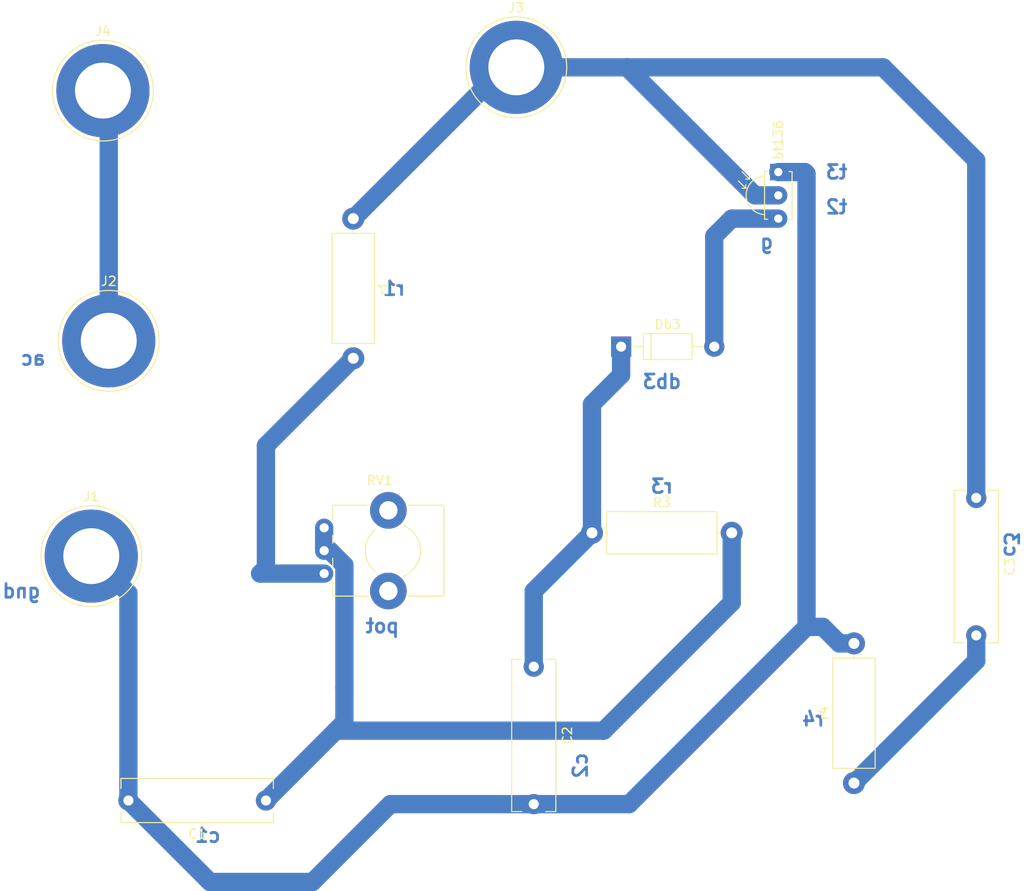
<source format=kicad_pcb>
(kicad_pcb (version 4) (host pcbnew 4.0.7)

  (general
    (links 16)
    (no_connects 0)
    (area 131.184999 56.025 238.415 148.245)
    (thickness 1.6)
    (drawings 13)
    (tracks 48)
    (zones 0)
    (modules 13)
    (nets 9)
  )

  (page A4)
  (layers
    (0 F.Cu signal)
    (31 B.Cu signal)
    (32 B.Adhes user)
    (33 F.Adhes user)
    (34 B.Paste user)
    (35 F.Paste user)
    (36 B.SilkS user)
    (37 F.SilkS user)
    (38 B.Mask user)
    (39 F.Mask user)
    (40 Dwgs.User user)
    (41 Cmts.User user)
    (42 Eco1.User user)
    (43 Eco2.User user)
    (44 Edge.Cuts user)
    (45 Margin user)
    (46 B.CrtYd user)
    (47 F.CrtYd user)
    (48 B.Fab user)
    (49 F.Fab user)
  )

  (setup
    (last_trace_width 2)
    (user_trace_width 3)
    (trace_clearance 0.2)
    (zone_clearance 0.508)
    (zone_45_only no)
    (trace_min 0)
    (segment_width 0.2)
    (edge_width 0.15)
    (via_size 0.6)
    (via_drill 0.4)
    (via_min_size 0.4)
    (via_min_drill 0.3)
    (uvia_size 0.3)
    (uvia_drill 0.1)
    (uvias_allowed no)
    (uvia_min_size 0.2)
    (uvia_min_drill 0.1)
    (pcb_text_width 0.3)
    (pcb_text_size 1.5 1.5)
    (mod_edge_width 0.15)
    (mod_text_size 1 1)
    (mod_text_width 0.15)
    (pad_size 2 2)
    (pad_drill 1)
    (pad_to_mask_clearance 0.2)
    (aux_axis_origin 0 0)
    (visible_elements 7FFFFFFF)
    (pcbplotparams
      (layerselection 0x00030_80000001)
      (usegerberextensions false)
      (excludeedgelayer true)
      (linewidth 0.100000)
      (plotframeref false)
      (viasonmask false)
      (mode 1)
      (useauxorigin false)
      (hpglpennumber 1)
      (hpglpenspeed 20)
      (hpglpendiameter 15)
      (hpglpenoverlay 2)
      (psnegative false)
      (psa4output false)
      (plotreference true)
      (plotvalue true)
      (plotinvisibletext false)
      (padsonsilk false)
      (subtractmaskfromsilk false)
      (outputformat 1)
      (mirror false)
      (drillshape 1)
      (scaleselection 1)
      (outputdirectory ""))
  )

  (net 0 "")
  (net 1 "Net-(C1-Pad2)")
  (net 2 "Net-(C3-Pad1)")
  (net 3 "Net-(Db3-Pad2)")
  (net 4 "Net-(C1-Pad1)")
  (net 5 "Net-(C2-Pad1)")
  (net 6 "Net-(C3-Pad2)")
  (net 7 /ac)
  (net 8 "Net-(RV1-Pad1)")

  (net_class Default "This is the default net class."
    (clearance 0.2)
    (trace_width 2)
    (via_dia 0.6)
    (via_drill 0.4)
    (uvia_dia 0.3)
    (uvia_drill 0.1)
    (add_net /ac)
    (add_net "Net-(C1-Pad1)")
    (add_net "Net-(C1-Pad2)")
    (add_net "Net-(C2-Pad1)")
    (add_net "Net-(C3-Pad1)")
    (add_net "Net-(C3-Pad2)")
    (add_net "Net-(Db3-Pad2)")
    (add_net "Net-(RV1-Pad1)")
  )

  (module Opto-Devices:IRReceiver_Vishay_MINICAST-3pin (layer F.Cu) (tedit 59939317) (tstamp 59E2C0F0)
    (at 212.09 74.93 270)
    (descr "IR Receiver Vishay TSOP-xxxx, MINICAST package")
    (tags "IR Receiver Vishay TSOP-xxxx MINICAST")
    (path /59E23D9B)
    (fp_text reference bt136 (at -3.5 0 450) (layer F.SilkS)
      (effects (font (size 1 1) (thickness 0.15)))
    )
    (fp_text value Q_TRIAC_AAG (at 2.55 -2.4 450) (layer F.Fab)
      (effects (font (size 1 1) (thickness 0.15)))
    )
    (fp_text user %R (at 2.54 0 270) (layer F.Fab)
      (effects (font (size 1 1) (thickness 0.15)))
    )
    (fp_line (start 5.14 -1.16) (end 5.14 -1.5) (layer F.SilkS) (width 0.12))
    (fp_line (start 5.14 -1.5) (end -0.06 -1.5) (layer F.SilkS) (width 0.12))
    (fp_line (start -0.06 -1.5) (end -0.06 -1.16) (layer F.SilkS) (width 0.12))
    (fp_line (start 5.14 1.16) (end 5.14 1.5) (layer F.SilkS) (width 0.12))
    (fp_line (start 5.14 1.5) (end -0.06 1.5) (layer F.SilkS) (width 0.12))
    (fp_line (start -0.06 1.5) (end -0.06 1.16) (layer F.SilkS) (width 0.12))
    (fp_line (start 0.04 -1.4) (end 5.04 -1.4) (layer F.Fab) (width 0.1))
    (fp_line (start 5.04 -1.4) (end 5.04 1.4) (layer F.Fab) (width 0.1))
    (fp_line (start 5.04 1.4) (end 0.04 1.4) (layer F.Fab) (width 0.1))
    (fp_line (start 0.04 1.4) (end 0.04 -1.4) (layer F.Fab) (width 0.1))
    (fp_line (start 0.77 3.15) (end 0.37 3.15) (layer F.SilkS) (width 0.12))
    (fp_line (start 0.77 3.15) (end 0.77 3.55) (layer F.SilkS) (width 0.12))
    (fp_line (start 0.77 3.15) (end -0.03 3.95) (layer F.SilkS) (width 0.12))
    (fp_line (start 1.77 3.55) (end 0.97 4.35) (layer F.SilkS) (width 0.12))
    (fp_line (start 1.77 3.55) (end 1.77 3.95) (layer F.SilkS) (width 0.12))
    (fp_line (start 1.77 3.55) (end 1.37 3.55) (layer F.SilkS) (width 0.12))
    (fp_line (start -1.15 -1.65) (end 6.23 -1.65) (layer F.CrtYd) (width 0.05))
    (fp_line (start -1.15 -1.65) (end -1.15 3.7) (layer F.CrtYd) (width 0.05))
    (fp_line (start 6.23 3.7) (end 6.23 -1.65) (layer F.CrtYd) (width 0.05))
    (fp_line (start 6.23 3.7) (end -1.15 3.7) (layer F.CrtYd) (width 0.05))
    (fp_arc (start 2.54 1.4) (end 4.64 1.5) (angle 174.5) (layer F.SilkS) (width 0.12))
    (fp_arc (start 2.54 1.4) (end 4.54 1.4) (angle 180) (layer F.Fab) (width 0.1))
    (pad 1 thru_hole rect (at 0 0 270) (size 1.8 1.8) (drill 0.9) (layers *.Cu *.Mask)
      (net 1 "Net-(C1-Pad2)"))
    (pad 2 thru_hole circle (at 2.54 0 270) (size 1.8 1.8) (drill 0.9) (layers *.Cu *.Mask)
      (net 2 "Net-(C3-Pad1)"))
    (pad 3 thru_hole circle (at 5.08 0 270) (size 1.8 1.8) (drill 0.9) (layers *.Cu *.Mask)
      (net 3 "Net-(Db3-Pad2)"))
    (model ${KISYS3DMOD}/Opto-Devices.3dshapes/IRReceiver_Vishay_MINICAST-3pin.wrl
      (at (xyz 0 0 0))
      (scale (xyz 1 1 1))
      (rotate (xyz 0 0 0))
    )
  )

  (module Capacitors_THT:C_Rect_L16.5mm_W4.7mm_P15.00mm_MKT (layer F.Cu) (tedit 597BC7C2) (tstamp 59E2C0F6)
    (at 156.21 143.51 180)
    (descr "C, Rect series, Radial, pin pitch=15.00mm, , length*width=16.5*4.7mm^2, Capacitor, https://en.tdk.eu/inf/20/20/db/fc_2009/MKT_B32560_564.pdf")
    (tags "C Rect series Radial pin pitch 15.00mm  length 16.5mm width 4.7mm Capacitor")
    (path /59E23CDA)
    (fp_text reference C1 (at 7.5 -3.66 180) (layer F.SilkS)
      (effects (font (size 1 1) (thickness 0.15)))
    )
    (fp_text value 0.1UF (at 7.5 3.66 180) (layer F.Fab)
      (effects (font (size 1 1) (thickness 0.15)))
    )
    (fp_line (start -0.75 -2.35) (end -0.75 2.35) (layer F.Fab) (width 0.1))
    (fp_line (start -0.75 2.35) (end 15.75 2.35) (layer F.Fab) (width 0.1))
    (fp_line (start 15.75 2.35) (end 15.75 -2.35) (layer F.Fab) (width 0.1))
    (fp_line (start 15.75 -2.35) (end -0.75 -2.35) (layer F.Fab) (width 0.1))
    (fp_line (start -0.81 -2.41) (end 15.81 -2.41) (layer F.SilkS) (width 0.12))
    (fp_line (start -0.81 2.41) (end 15.81 2.41) (layer F.SilkS) (width 0.12))
    (fp_line (start -0.81 -2.41) (end -0.81 -1.296) (layer F.SilkS) (width 0.12))
    (fp_line (start -0.81 1.296) (end -0.81 2.41) (layer F.SilkS) (width 0.12))
    (fp_line (start 15.81 -2.41) (end 15.81 -1.296) (layer F.SilkS) (width 0.12))
    (fp_line (start 15.81 1.296) (end 15.81 2.41) (layer F.SilkS) (width 0.12))
    (fp_line (start -1.35 -2.7) (end -1.35 2.7) (layer F.CrtYd) (width 0.05))
    (fp_line (start -1.35 2.7) (end 16.35 2.7) (layer F.CrtYd) (width 0.05))
    (fp_line (start 16.35 2.7) (end 16.35 -2.7) (layer F.CrtYd) (width 0.05))
    (fp_line (start 16.35 -2.7) (end -1.35 -2.7) (layer F.CrtYd) (width 0.05))
    (fp_text user %R (at 7.5 0 180) (layer F.Fab)
      (effects (font (size 1 1) (thickness 0.15)))
    )
    (pad 1 thru_hole circle (at 0 0 180) (size 2.2 2.2) (drill 1.1) (layers *.Cu *.Mask)
      (net 4 "Net-(C1-Pad1)"))
    (pad 2 thru_hole circle (at 15 0 180) (size 2.2 2.2) (drill 1.1) (layers *.Cu *.Mask)
      (net 1 "Net-(C1-Pad2)"))
    (model ${KISYS3DMOD}/Capacitors_THT.3dshapes/C_Rect_L16.5mm_W4.7mm_P15.00mm_MKT.wrl
      (at (xyz 0 0 0))
      (scale (xyz 1 1 1))
      (rotate (xyz 0 0 0))
    )
  )

  (module Capacitors_THT:C_Rect_L16.5mm_W4.7mm_P15.00mm_MKT (layer F.Cu) (tedit 597BC7C2) (tstamp 59E2C0FC)
    (at 185.42 128.905 270)
    (descr "C, Rect series, Radial, pin pitch=15.00mm, , length*width=16.5*4.7mm^2, Capacitor, https://en.tdk.eu/inf/20/20/db/fc_2009/MKT_B32560_564.pdf")
    (tags "C Rect series Radial pin pitch 15.00mm  length 16.5mm width 4.7mm Capacitor")
    (path /59E23D21)
    (fp_text reference C2 (at 7.5 -3.66 270) (layer F.SilkS)
      (effects (font (size 1 1) (thickness 0.15)))
    )
    (fp_text value 0.1uf (at 7.5 3.66 270) (layer F.Fab)
      (effects (font (size 1 1) (thickness 0.15)))
    )
    (fp_line (start -0.75 -2.35) (end -0.75 2.35) (layer F.Fab) (width 0.1))
    (fp_line (start -0.75 2.35) (end 15.75 2.35) (layer F.Fab) (width 0.1))
    (fp_line (start 15.75 2.35) (end 15.75 -2.35) (layer F.Fab) (width 0.1))
    (fp_line (start 15.75 -2.35) (end -0.75 -2.35) (layer F.Fab) (width 0.1))
    (fp_line (start -0.81 -2.41) (end 15.81 -2.41) (layer F.SilkS) (width 0.12))
    (fp_line (start -0.81 2.41) (end 15.81 2.41) (layer F.SilkS) (width 0.12))
    (fp_line (start -0.81 -2.41) (end -0.81 -1.296) (layer F.SilkS) (width 0.12))
    (fp_line (start -0.81 1.296) (end -0.81 2.41) (layer F.SilkS) (width 0.12))
    (fp_line (start 15.81 -2.41) (end 15.81 -1.296) (layer F.SilkS) (width 0.12))
    (fp_line (start 15.81 1.296) (end 15.81 2.41) (layer F.SilkS) (width 0.12))
    (fp_line (start -1.35 -2.7) (end -1.35 2.7) (layer F.CrtYd) (width 0.05))
    (fp_line (start -1.35 2.7) (end 16.35 2.7) (layer F.CrtYd) (width 0.05))
    (fp_line (start 16.35 2.7) (end 16.35 -2.7) (layer F.CrtYd) (width 0.05))
    (fp_line (start 16.35 -2.7) (end -1.35 -2.7) (layer F.CrtYd) (width 0.05))
    (fp_text user %R (at 7.5 0 270) (layer F.Fab)
      (effects (font (size 1 1) (thickness 0.15)))
    )
    (pad 1 thru_hole circle (at 0 0 270) (size 2.2 2.2) (drill 1.1) (layers *.Cu *.Mask)
      (net 5 "Net-(C2-Pad1)"))
    (pad 2 thru_hole circle (at 15 0 270) (size 2.2 2.2) (drill 1.1) (layers *.Cu *.Mask)
      (net 1 "Net-(C1-Pad2)"))
    (model ${KISYS3DMOD}/Capacitors_THT.3dshapes/C_Rect_L16.5mm_W4.7mm_P15.00mm_MKT.wrl
      (at (xyz 0 0 0))
      (scale (xyz 1 1 1))
      (rotate (xyz 0 0 0))
    )
  )

  (module Capacitors_THT:C_Rect_L16.5mm_W4.7mm_P15.00mm_MKT (layer F.Cu) (tedit 597BC7C2) (tstamp 59E2C102)
    (at 233.68 110.49 270)
    (descr "C, Rect series, Radial, pin pitch=15.00mm, , length*width=16.5*4.7mm^2, Capacitor, https://en.tdk.eu/inf/20/20/db/fc_2009/MKT_B32560_564.pdf")
    (tags "C Rect series Radial pin pitch 15.00mm  length 16.5mm width 4.7mm Capacitor")
    (path /59E23DF2)
    (fp_text reference C3 (at 7.5 -3.66 270) (layer F.SilkS)
      (effects (font (size 1 1) (thickness 0.15)))
    )
    (fp_text value 0.1uf (at 7.5 3.66 270) (layer F.Fab)
      (effects (font (size 1 1) (thickness 0.15)))
    )
    (fp_line (start -0.75 -2.35) (end -0.75 2.35) (layer F.Fab) (width 0.1))
    (fp_line (start -0.75 2.35) (end 15.75 2.35) (layer F.Fab) (width 0.1))
    (fp_line (start 15.75 2.35) (end 15.75 -2.35) (layer F.Fab) (width 0.1))
    (fp_line (start 15.75 -2.35) (end -0.75 -2.35) (layer F.Fab) (width 0.1))
    (fp_line (start -0.81 -2.41) (end 15.81 -2.41) (layer F.SilkS) (width 0.12))
    (fp_line (start -0.81 2.41) (end 15.81 2.41) (layer F.SilkS) (width 0.12))
    (fp_line (start -0.81 -2.41) (end -0.81 -1.296) (layer F.SilkS) (width 0.12))
    (fp_line (start -0.81 1.296) (end -0.81 2.41) (layer F.SilkS) (width 0.12))
    (fp_line (start 15.81 -2.41) (end 15.81 -1.296) (layer F.SilkS) (width 0.12))
    (fp_line (start 15.81 1.296) (end 15.81 2.41) (layer F.SilkS) (width 0.12))
    (fp_line (start -1.35 -2.7) (end -1.35 2.7) (layer F.CrtYd) (width 0.05))
    (fp_line (start -1.35 2.7) (end 16.35 2.7) (layer F.CrtYd) (width 0.05))
    (fp_line (start 16.35 2.7) (end 16.35 -2.7) (layer F.CrtYd) (width 0.05))
    (fp_line (start 16.35 -2.7) (end -1.35 -2.7) (layer F.CrtYd) (width 0.05))
    (fp_text user %R (at 7.5 0 270) (layer F.Fab)
      (effects (font (size 1 1) (thickness 0.15)))
    )
    (pad 1 thru_hole circle (at 0 0 270) (size 2.2 2.2) (drill 1.1) (layers *.Cu *.Mask)
      (net 2 "Net-(C3-Pad1)"))
    (pad 2 thru_hole circle (at 15 0 270) (size 2.2 2.2) (drill 1.1) (layers *.Cu *.Mask)
      (net 6 "Net-(C3-Pad2)"))
    (model ${KISYS3DMOD}/Capacitors_THT.3dshapes/C_Rect_L16.5mm_W4.7mm_P15.00mm_MKT.wrl
      (at (xyz 0 0 0))
      (scale (xyz 1 1 1))
      (rotate (xyz 0 0 0))
    )
  )

  (module Diodes_THT:D_DO-41_SOD81_P10.16mm_Horizontal (layer F.Cu) (tedit 5921392F) (tstamp 59E2C108)
    (at 194.945 93.98)
    (descr "D, DO-41_SOD81 series, Axial, Horizontal, pin pitch=10.16mm, , length*diameter=5.2*2.7mm^2, , http://www.diodes.com/_files/packages/DO-41%20(Plastic).pdf")
    (tags "D DO-41_SOD81 series Axial Horizontal pin pitch 10.16mm  length 5.2mm diameter 2.7mm")
    (path /59E23D54)
    (fp_text reference Db3 (at 5.08 -2.41) (layer F.SilkS)
      (effects (font (size 1 1) (thickness 0.15)))
    )
    (fp_text value DIAC (at 5.08 2.41) (layer F.Fab)
      (effects (font (size 1 1) (thickness 0.15)))
    )
    (fp_text user %R (at 5.08 0) (layer F.Fab)
      (effects (font (size 1 1) (thickness 0.15)))
    )
    (fp_line (start 2.48 -1.35) (end 2.48 1.35) (layer F.Fab) (width 0.1))
    (fp_line (start 2.48 1.35) (end 7.68 1.35) (layer F.Fab) (width 0.1))
    (fp_line (start 7.68 1.35) (end 7.68 -1.35) (layer F.Fab) (width 0.1))
    (fp_line (start 7.68 -1.35) (end 2.48 -1.35) (layer F.Fab) (width 0.1))
    (fp_line (start 0 0) (end 2.48 0) (layer F.Fab) (width 0.1))
    (fp_line (start 10.16 0) (end 7.68 0) (layer F.Fab) (width 0.1))
    (fp_line (start 3.26 -1.35) (end 3.26 1.35) (layer F.Fab) (width 0.1))
    (fp_line (start 2.42 -1.41) (end 2.42 1.41) (layer F.SilkS) (width 0.12))
    (fp_line (start 2.42 1.41) (end 7.74 1.41) (layer F.SilkS) (width 0.12))
    (fp_line (start 7.74 1.41) (end 7.74 -1.41) (layer F.SilkS) (width 0.12))
    (fp_line (start 7.74 -1.41) (end 2.42 -1.41) (layer F.SilkS) (width 0.12))
    (fp_line (start 1.28 0) (end 2.42 0) (layer F.SilkS) (width 0.12))
    (fp_line (start 8.88 0) (end 7.74 0) (layer F.SilkS) (width 0.12))
    (fp_line (start 3.26 -1.41) (end 3.26 1.41) (layer F.SilkS) (width 0.12))
    (fp_line (start -1.35 -1.7) (end -1.35 1.7) (layer F.CrtYd) (width 0.05))
    (fp_line (start -1.35 1.7) (end 11.55 1.7) (layer F.CrtYd) (width 0.05))
    (fp_line (start 11.55 1.7) (end 11.55 -1.7) (layer F.CrtYd) (width 0.05))
    (fp_line (start 11.55 -1.7) (end -1.35 -1.7) (layer F.CrtYd) (width 0.05))
    (pad 1 thru_hole rect (at 0 0) (size 2.2 2.2) (drill 1.1) (layers *.Cu *.Mask)
      (net 5 "Net-(C2-Pad1)"))
    (pad 2 thru_hole oval (at 10.16 0) (size 2.2 2.2) (drill 1.1) (layers *.Cu *.Mask)
      (net 3 "Net-(Db3-Pad2)"))
    (model ${KISYS3DMOD}/Diodes_THT.3dshapes/D_DO-41_SOD81_P10.16mm_Horizontal.wrl
      (at (xyz 0 0 0))
      (scale (xyz 0.393701 0.393701 0.393701))
      (rotate (xyz 0 0 0))
    )
  )

  (module Connectors:Banana_Jack_1Pin (layer F.Cu) (tedit 59774291) (tstamp 59E2C10D)
    (at 137.16 116.84)
    (descr "Single banana socket, footprint - 6mm drill")
    (tags "banana socket")
    (path /59E230EB)
    (fp_text reference J1 (at 0 -6.5) (layer F.SilkS)
      (effects (font (size 1 1) (thickness 0.15)))
    )
    (fp_text value Conn_01x01 (at -0.25 6.5) (layer F.Fab)
      (effects (font (size 1 1) (thickness 0.15)))
    )
    (fp_text user %R (at 0 0) (layer F.Fab)
      (effects (font (size 0.8 0.8) (thickness 0.12)))
    )
    (fp_circle (center 0 0) (end 5.75 0) (layer F.CrtYd) (width 0.05))
    (fp_circle (center 0 0) (end 2 0) (layer F.Fab) (width 0.1))
    (fp_circle (center 0 0) (end 4.85 0.05) (layer F.Fab) (width 0.1))
    (fp_circle (center 0 0) (end 5.5 0) (layer F.SilkS) (width 0.12))
    (pad 1 thru_hole circle (at 0 0) (size 10.16 10.16) (drill 6.1) (layers *.Cu *.Mask)
      (net 1 "Net-(C1-Pad2)"))
    (model ${KISYS3DMOD}/Connectors.3dshapes/Banana_Jack_1Pin.wrl
      (at (xyz 0 0 0))
      (scale (xyz 2 2 2))
      (rotate (xyz 0 0 0))
    )
  )

  (module Connectors:Banana_Jack_1Pin (layer F.Cu) (tedit 59774291) (tstamp 59E2C112)
    (at 139.065 93.345)
    (descr "Single banana socket, footprint - 6mm drill")
    (tags "banana socket")
    (path /59E23018)
    (fp_text reference J2 (at 0 -6.5) (layer F.SilkS)
      (effects (font (size 1 1) (thickness 0.15)))
    )
    (fp_text value Conn_01x01 (at -0.25 6.5) (layer F.Fab)
      (effects (font (size 1 1) (thickness 0.15)))
    )
    (fp_text user %R (at 0 0) (layer F.Fab)
      (effects (font (size 0.8 0.8) (thickness 0.12)))
    )
    (fp_circle (center 0 0) (end 5.75 0) (layer F.CrtYd) (width 0.05))
    (fp_circle (center 0 0) (end 2 0) (layer F.Fab) (width 0.1))
    (fp_circle (center 0 0) (end 4.85 0.05) (layer F.Fab) (width 0.1))
    (fp_circle (center 0 0) (end 5.5 0) (layer F.SilkS) (width 0.12))
    (pad 1 thru_hole circle (at 0 0) (size 10.16 10.16) (drill 6.1) (layers *.Cu *.Mask)
      (net 7 /ac))
    (model ${KISYS3DMOD}/Connectors.3dshapes/Banana_Jack_1Pin.wrl
      (at (xyz 0 0 0))
      (scale (xyz 2 2 2))
      (rotate (xyz 0 0 0))
    )
  )

  (module Connectors:Banana_Jack_1Pin (layer F.Cu) (tedit 59774291) (tstamp 59E2C117)
    (at 183.515 63.5)
    (descr "Single banana socket, footprint - 6mm drill")
    (tags "banana socket")
    (path /59E2376D)
    (fp_text reference J3 (at 0 -6.5) (layer F.SilkS)
      (effects (font (size 1 1) (thickness 0.15)))
    )
    (fp_text value Conn_01x01 (at -0.25 6.5) (layer F.Fab)
      (effects (font (size 1 1) (thickness 0.15)))
    )
    (fp_text user %R (at 0 0) (layer F.Fab)
      (effects (font (size 0.8 0.8) (thickness 0.12)))
    )
    (fp_circle (center 0 0) (end 5.75 0) (layer F.CrtYd) (width 0.05))
    (fp_circle (center 0 0) (end 2 0) (layer F.Fab) (width 0.1))
    (fp_circle (center 0 0) (end 4.85 0.05) (layer F.Fab) (width 0.1))
    (fp_circle (center 0 0) (end 5.5 0) (layer F.SilkS) (width 0.12))
    (pad 1 thru_hole circle (at 0 0) (size 10.16 10.16) (drill 6.1) (layers *.Cu *.Mask)
      (net 2 "Net-(C3-Pad1)"))
    (model ${KISYS3DMOD}/Connectors.3dshapes/Banana_Jack_1Pin.wrl
      (at (xyz 0 0 0))
      (scale (xyz 2 2 2))
      (rotate (xyz 0 0 0))
    )
  )

  (module Connectors:Banana_Jack_1Pin (layer F.Cu) (tedit 59774291) (tstamp 59E2C11C)
    (at 138.43 66.04)
    (descr "Single banana socket, footprint - 6mm drill")
    (tags "banana socket")
    (path /59E23726)
    (fp_text reference J4 (at 0 -6.5) (layer F.SilkS)
      (effects (font (size 1 1) (thickness 0.15)))
    )
    (fp_text value Conn_01x01 (at -0.25 6.5) (layer F.Fab)
      (effects (font (size 1 1) (thickness 0.15)))
    )
    (fp_text user %R (at 0 0) (layer F.Fab)
      (effects (font (size 0.8 0.8) (thickness 0.12)))
    )
    (fp_circle (center 0 0) (end 5.75 0) (layer F.CrtYd) (width 0.05))
    (fp_circle (center 0 0) (end 2 0) (layer F.Fab) (width 0.1))
    (fp_circle (center 0 0) (end 4.85 0.05) (layer F.Fab) (width 0.1))
    (fp_circle (center 0 0) (end 5.5 0) (layer F.SilkS) (width 0.12))
    (pad 1 thru_hole circle (at 0 0) (size 10.16 10.16) (drill 6.1) (layers *.Cu *.Mask)
      (net 7 /ac))
    (model ${KISYS3DMOD}/Connectors.3dshapes/Banana_Jack_1Pin.wrl
      (at (xyz 0 0 0))
      (scale (xyz 2 2 2))
      (rotate (xyz 0 0 0))
    )
  )

  (module Resistors_THT:R_Axial_DIN0414_L11.9mm_D4.5mm_P15.24mm_Horizontal (layer F.Cu) (tedit 5874F706) (tstamp 59E2C122)
    (at 165.735 80.01 270)
    (descr "Resistor, Axial_DIN0414 series, Axial, Horizontal, pin pitch=15.24mm, 2W, length*diameter=11.9*4.5mm^2, http://www.vishay.com/docs/20128/wkxwrx.pdf")
    (tags "Resistor Axial_DIN0414 series Axial Horizontal pin pitch 15.24mm 2W length 11.9mm diameter 4.5mm")
    (path /59E23BE7)
    (fp_text reference r1 (at 7.62 -3.31 270) (layer F.SilkS)
      (effects (font (size 1 1) (thickness 0.15)))
    )
    (fp_text value 1k (at 7.62 3.31 270) (layer F.Fab)
      (effects (font (size 1 1) (thickness 0.15)))
    )
    (fp_line (start 1.67 -2.25) (end 1.67 2.25) (layer F.Fab) (width 0.1))
    (fp_line (start 1.67 2.25) (end 13.57 2.25) (layer F.Fab) (width 0.1))
    (fp_line (start 13.57 2.25) (end 13.57 -2.25) (layer F.Fab) (width 0.1))
    (fp_line (start 13.57 -2.25) (end 1.67 -2.25) (layer F.Fab) (width 0.1))
    (fp_line (start 0 0) (end 1.67 0) (layer F.Fab) (width 0.1))
    (fp_line (start 15.24 0) (end 13.57 0) (layer F.Fab) (width 0.1))
    (fp_line (start 1.61 -2.31) (end 1.61 2.31) (layer F.SilkS) (width 0.12))
    (fp_line (start 1.61 2.31) (end 13.63 2.31) (layer F.SilkS) (width 0.12))
    (fp_line (start 13.63 2.31) (end 13.63 -2.31) (layer F.SilkS) (width 0.12))
    (fp_line (start 13.63 -2.31) (end 1.61 -2.31) (layer F.SilkS) (width 0.12))
    (fp_line (start 1.38 0) (end 1.61 0) (layer F.SilkS) (width 0.12))
    (fp_line (start 13.86 0) (end 13.63 0) (layer F.SilkS) (width 0.12))
    (fp_line (start -1.45 -2.6) (end -1.45 2.6) (layer F.CrtYd) (width 0.05))
    (fp_line (start -1.45 2.6) (end 16.7 2.6) (layer F.CrtYd) (width 0.05))
    (fp_line (start 16.7 2.6) (end 16.7 -2.6) (layer F.CrtYd) (width 0.05))
    (fp_line (start 16.7 -2.6) (end -1.45 -2.6) (layer F.CrtYd) (width 0.05))
    (pad 1 thru_hole circle (at 0 0 270) (size 2.4 2.4) (drill 1.2) (layers *.Cu *.Mask)
      (net 2 "Net-(C3-Pad1)"))
    (pad 2 thru_hole oval (at 15.24 0 270) (size 2.4 2.4) (drill 1.2) (layers *.Cu *.Mask)
      (net 8 "Net-(RV1-Pad1)"))
    (model ${KISYS3DMOD}/Resistors_THT.3dshapes/R_Axial_DIN0414_L11.9mm_D4.5mm_P15.24mm_Horizontal.wrl
      (at (xyz 0 0 0))
      (scale (xyz 0.393701 0.393701 0.393701))
      (rotate (xyz 0 0 0))
    )
  )

  (module Resistors_THT:R_Axial_DIN0414_L11.9mm_D4.5mm_P15.24mm_Horizontal (layer F.Cu) (tedit 5874F706) (tstamp 59E2C128)
    (at 191.77 114.3)
    (descr "Resistor, Axial_DIN0414 series, Axial, Horizontal, pin pitch=15.24mm, 2W, length*diameter=11.9*4.5mm^2, http://www.vishay.com/docs/20128/wkxwrx.pdf")
    (tags "Resistor Axial_DIN0414 series Axial Horizontal pin pitch 15.24mm 2W length 11.9mm diameter 4.5mm")
    (path /59E23C38)
    (fp_text reference R3 (at 7.62 -3.31) (layer F.SilkS)
      (effects (font (size 1 1) (thickness 0.15)))
    )
    (fp_text value 1K (at 7.62 3.31) (layer F.Fab)
      (effects (font (size 1 1) (thickness 0.15)))
    )
    (fp_line (start 1.67 -2.25) (end 1.67 2.25) (layer F.Fab) (width 0.1))
    (fp_line (start 1.67 2.25) (end 13.57 2.25) (layer F.Fab) (width 0.1))
    (fp_line (start 13.57 2.25) (end 13.57 -2.25) (layer F.Fab) (width 0.1))
    (fp_line (start 13.57 -2.25) (end 1.67 -2.25) (layer F.Fab) (width 0.1))
    (fp_line (start 0 0) (end 1.67 0) (layer F.Fab) (width 0.1))
    (fp_line (start 15.24 0) (end 13.57 0) (layer F.Fab) (width 0.1))
    (fp_line (start 1.61 -2.31) (end 1.61 2.31) (layer F.SilkS) (width 0.12))
    (fp_line (start 1.61 2.31) (end 13.63 2.31) (layer F.SilkS) (width 0.12))
    (fp_line (start 13.63 2.31) (end 13.63 -2.31) (layer F.SilkS) (width 0.12))
    (fp_line (start 13.63 -2.31) (end 1.61 -2.31) (layer F.SilkS) (width 0.12))
    (fp_line (start 1.38 0) (end 1.61 0) (layer F.SilkS) (width 0.12))
    (fp_line (start 13.86 0) (end 13.63 0) (layer F.SilkS) (width 0.12))
    (fp_line (start -1.45 -2.6) (end -1.45 2.6) (layer F.CrtYd) (width 0.05))
    (fp_line (start -1.45 2.6) (end 16.7 2.6) (layer F.CrtYd) (width 0.05))
    (fp_line (start 16.7 2.6) (end 16.7 -2.6) (layer F.CrtYd) (width 0.05))
    (fp_line (start 16.7 -2.6) (end -1.45 -2.6) (layer F.CrtYd) (width 0.05))
    (pad 1 thru_hole circle (at 0 0) (size 2.4 2.4) (drill 1.2) (layers *.Cu *.Mask)
      (net 5 "Net-(C2-Pad1)"))
    (pad 2 thru_hole oval (at 15.24 0) (size 2.4 2.4) (drill 1.2) (layers *.Cu *.Mask)
      (net 4 "Net-(C1-Pad1)"))
    (model ${KISYS3DMOD}/Resistors_THT.3dshapes/R_Axial_DIN0414_L11.9mm_D4.5mm_P15.24mm_Horizontal.wrl
      (at (xyz 0 0 0))
      (scale (xyz 0.393701 0.393701 0.393701))
      (rotate (xyz 0 0 0))
    )
  )

  (module Resistors_THT:R_Axial_DIN0414_L11.9mm_D4.5mm_P15.24mm_Horizontal (layer F.Cu) (tedit 5874F706) (tstamp 59E2C12E)
    (at 220.345 141.605 90)
    (descr "Resistor, Axial_DIN0414 series, Axial, Horizontal, pin pitch=15.24mm, 2W, length*diameter=11.9*4.5mm^2, http://www.vishay.com/docs/20128/wkxwrx.pdf")
    (tags "Resistor Axial_DIN0414 series Axial Horizontal pin pitch 15.24mm 2W length 11.9mm diameter 4.5mm")
    (path /59E23ED5)
    (fp_text reference r4 (at 7.62 -3.31 90) (layer F.SilkS)
      (effects (font (size 1 1) (thickness 0.15)))
    )
    (fp_text value 10k (at 7.62 3.31 90) (layer F.Fab)
      (effects (font (size 1 1) (thickness 0.15)))
    )
    (fp_line (start 1.67 -2.25) (end 1.67 2.25) (layer F.Fab) (width 0.1))
    (fp_line (start 1.67 2.25) (end 13.57 2.25) (layer F.Fab) (width 0.1))
    (fp_line (start 13.57 2.25) (end 13.57 -2.25) (layer F.Fab) (width 0.1))
    (fp_line (start 13.57 -2.25) (end 1.67 -2.25) (layer F.Fab) (width 0.1))
    (fp_line (start 0 0) (end 1.67 0) (layer F.Fab) (width 0.1))
    (fp_line (start 15.24 0) (end 13.57 0) (layer F.Fab) (width 0.1))
    (fp_line (start 1.61 -2.31) (end 1.61 2.31) (layer F.SilkS) (width 0.12))
    (fp_line (start 1.61 2.31) (end 13.63 2.31) (layer F.SilkS) (width 0.12))
    (fp_line (start 13.63 2.31) (end 13.63 -2.31) (layer F.SilkS) (width 0.12))
    (fp_line (start 13.63 -2.31) (end 1.61 -2.31) (layer F.SilkS) (width 0.12))
    (fp_line (start 1.38 0) (end 1.61 0) (layer F.SilkS) (width 0.12))
    (fp_line (start 13.86 0) (end 13.63 0) (layer F.SilkS) (width 0.12))
    (fp_line (start -1.45 -2.6) (end -1.45 2.6) (layer F.CrtYd) (width 0.05))
    (fp_line (start -1.45 2.6) (end 16.7 2.6) (layer F.CrtYd) (width 0.05))
    (fp_line (start 16.7 2.6) (end 16.7 -2.6) (layer F.CrtYd) (width 0.05))
    (fp_line (start 16.7 -2.6) (end -1.45 -2.6) (layer F.CrtYd) (width 0.05))
    (pad 1 thru_hole circle (at 0 0 90) (size 2.4 2.4) (drill 1.2) (layers *.Cu *.Mask)
      (net 6 "Net-(C3-Pad2)"))
    (pad 2 thru_hole oval (at 15.24 0 90) (size 2.4 2.4) (drill 1.2) (layers *.Cu *.Mask)
      (net 1 "Net-(C1-Pad2)"))
    (model ${KISYS3DMOD}/Resistors_THT.3dshapes/R_Axial_DIN0414_L11.9mm_D4.5mm_P15.24mm_Horizontal.wrl
      (at (xyz 0 0 0))
      (scale (xyz 0.393701 0.393701 0.393701))
      (rotate (xyz 0 0 0))
    )
  )

  (module Potentiometers:Potentiometer_Alps_RK09K_Horizontal (layer F.Cu) (tedit 58826B09) (tstamp 59E2C137)
    (at 162.56 118.745)
    (descr "Potentiometer, horizontally mounted, Omeg PC16PU, Omeg PC16PU, Omeg PC16PU, Vishay/Spectrol 248GJ/249GJ Single, Vishay/Spectrol 248GJ/249GJ Single, Vishay/Spectrol 248GJ/249GJ Single, Vishay/Spectrol 248GH/249GH Single, Vishay/Spectrol 148/149 Single, Vishay/Spectrol 148/149 Single, Vishay/Spectrol 148/149 Single, Vishay/Spectrol 148A/149A Single with mounting plates, Vishay/Spectrol 148/149 Double, Vishay/Spectrol 148A/149A Double with mounting plates, Piher PC-16 Single, Piher PC-16 Single, Piher PC-16 Single, Piher PC-16SV Single, Piher PC-16 Double, Piher PC-16 Triple, Piher T16H Single, Piher T16L Single, Piher T16H Double, Alps RK163 Single, Alps RK163 Double, Alps RK097 Single, Alps RK097 Double, Bourns PTV09A-2 Single with mounting sleve Single, Bourns PTV09A-1 with mounting sleve Single, Bourns PRS11S Single, Alps RK09K Single with mounting sleve Single, Alps RK09K with mounting sleve Single, http://www.alps.com/prod/info/E/HTML/Potentiometer/RotaryPotentiometers/RK09K/RK09D1130C1B.html")
    (tags "Potentiometer horizontal  Omeg PC16PU  Omeg PC16PU  Omeg PC16PU  Vishay/Spectrol 248GJ/249GJ Single  Vishay/Spectrol 248GJ/249GJ Single  Vishay/Spectrol 248GJ/249GJ Single  Vishay/Spectrol 248GH/249GH Single  Vishay/Spectrol 148/149 Single  Vishay/Spectrol 148/149 Single  Vishay/Spectrol 148/149 Single  Vishay/Spectrol 148A/149A Single with mounting plates  Vishay/Spectrol 148/149 Double  Vishay/Spectrol 148A/149A Double with mounting plates  Piher PC-16 Single  Piher PC-16 Single  Piher PC-16 Single  Piher PC-16SV Single  Piher PC-16 Double  Piher PC-16 Triple  Piher T16H Single  Piher T16L Single  Piher T16H Double  Alps RK163 Single  Alps RK163 Double  Alps RK097 Single  Alps RK097 Double  Bourns PTV09A-2 Single with mounting sleve Single  Bourns PTV09A-1 with mounting sleve Single  Bourns PRS11S Single  Alps RK09K Single with mounting sleve Single  Alps RK09K with mounting sleve Single")
    (path /59E2BE98)
    (fp_text reference RV1 (at 6.05 -10.15) (layer F.SilkS)
      (effects (font (size 1 1) (thickness 0.15)))
    )
    (fp_text value POT (at 6.05 5.15) (layer F.Fab)
      (effects (font (size 1 1) (thickness 0.15)))
    )
    (fp_arc (start 7.5 -2.5) (end 8.673 0.262) (angle -134) (layer F.SilkS) (width 0.12))
    (fp_arc (start 7.5 -2.5) (end 5.572 -4.798) (angle -100) (layer F.SilkS) (width 0.12))
    (fp_circle (center 7.5 -2.5) (end 10.75 -2.5) (layer F.Fab) (width 0.1))
    (fp_circle (center 7.5 -2.5) (end 10.5 -2.5) (layer F.Fab) (width 0.1))
    (fp_line (start 1 -7.4) (end 1 2.4) (layer F.Fab) (width 0.1))
    (fp_line (start 1 2.4) (end 13 2.4) (layer F.Fab) (width 0.1))
    (fp_line (start 13 2.4) (end 13 -7.4) (layer F.Fab) (width 0.1))
    (fp_line (start 13 -7.4) (end 1 -7.4) (layer F.Fab) (width 0.1))
    (fp_line (start 0.94 -7.461) (end 4.806 -7.461) (layer F.SilkS) (width 0.12))
    (fp_line (start 9.195 -7.461) (end 13.06 -7.461) (layer F.SilkS) (width 0.12))
    (fp_line (start 0.94 2.46) (end 4.806 2.46) (layer F.SilkS) (width 0.12))
    (fp_line (start 9.195 2.46) (end 13.06 2.46) (layer F.SilkS) (width 0.12))
    (fp_line (start 0.94 -7.461) (end 0.94 -5.825) (layer F.SilkS) (width 0.12))
    (fp_line (start 0.94 -4.175) (end 0.94 -3.325) (layer F.SilkS) (width 0.12))
    (fp_line (start 0.94 -1.675) (end 0.94 -0.825) (layer F.SilkS) (width 0.12))
    (fp_line (start 0.94 0.825) (end 0.94 2.46) (layer F.SilkS) (width 0.12))
    (fp_line (start 13.06 -7.461) (end 13.06 2.46) (layer F.SilkS) (width 0.12))
    (fp_line (start -1.15 -9.15) (end -1.15 4.15) (layer F.CrtYd) (width 0.05))
    (fp_line (start -1.15 4.15) (end 13.25 4.15) (layer F.CrtYd) (width 0.05))
    (fp_line (start 13.25 4.15) (end 13.25 -9.15) (layer F.CrtYd) (width 0.05))
    (fp_line (start 13.25 -9.15) (end -1.15 -9.15) (layer F.CrtYd) (width 0.05))
    (pad 3 thru_hole circle (at 0 -5) (size 1.8 1.8) (drill 1) (layers *.Cu *.Mask)
      (net 4 "Net-(C1-Pad1)"))
    (pad 2 thru_hole circle (at 0 -2.5) (size 1.8 1.8) (drill 1) (layers *.Cu *.Mask)
      (net 4 "Net-(C1-Pad1)"))
    (pad 1 thru_hole circle (at 0 0) (size 1.8 1.8) (drill 1) (layers *.Cu *.Mask)
      (net 8 "Net-(RV1-Pad1)"))
    (pad 0 np_thru_hole circle (at 7 -6.9) (size 4 4) (drill 2) (layers *.Cu *.Mask))
    (pad 0 np_thru_hole circle (at 7 1.9) (size 4 4) (drill 2) (layers *.Cu *.Mask))
    (model Potentiometers.3dshapes/Potentiometer_Alps_RK09K_Horizontal.wrl
      (at (xyz 0 0 0))
      (scale (xyz 0.393701 0.393701 0.393701))
      (rotate (xyz 0 0 0))
    )
  )

  (gr_text gnd (at 129.54 120.65) (layer B.Cu)
    (effects (font (size 1.5 1.5) (thickness 0.3)) (justify mirror))
  )
  (gr_text ac (at 130.81 95.25) (layer B.Cu)
    (effects (font (size 1.5 1.5) (thickness 0.3)) (justify mirror))
  )
  (gr_text "r1\n" (at 170.18 87.63) (layer B.Cu)
    (effects (font (size 1.5 1.5) (thickness 0.3)) (justify mirror))
  )
  (gr_text "pot\n" (at 168.91 124.46) (layer B.Cu)
    (effects (font (size 1.5 1.5) (thickness 0.3)) (justify mirror))
  )
  (gr_text "c1\n" (at 149.86 147.32) (layer B.Cu)
    (effects (font (size 1.5 1.5) (thickness 0.3)) (justify mirror))
  )
  (gr_text c2 (at 190.5 139.7 90) (layer B.Cu)
    (effects (font (size 1.5 1.5) (thickness 0.3)) (justify mirror))
  )
  (gr_text r3 (at 199.39 109.22) (layer B.Cu)
    (effects (font (size 1.5 1.5) (thickness 0.3)) (justify mirror))
  )
  (gr_text "r4\n" (at 215.9 134.62) (layer B.Cu)
    (effects (font (size 1.5 1.5) (thickness 0.3)) (justify mirror))
  )
  (gr_text "c3\n" (at 237.49 115.57 270) (layer B.Cu)
    (effects (font (size 1.5 1.5) (thickness 0.3)) (justify mirror))
  )
  (gr_text db3 (at 199.39 97.79) (layer B.Cu)
    (effects (font (size 1.5 1.5) (thickness 0.3)) (justify mirror))
  )
  (gr_text t3 (at 218.44 74.93) (layer B.Cu)
    (effects (font (size 1.5 1.5) (thickness 0.3)) (justify mirror))
  )
  (gr_text t2 (at 218.44 78.74) (layer B.Cu)
    (effects (font (size 1.5 1.5) (thickness 0.3)) (justify mirror))
  )
  (gr_text g (at 210.82 82.55) (layer B.Cu)
    (effects (font (size 1.5 1.5) (thickness 0.3)) (justify mirror))
  )

  (segment (start 185.42 143.905) (end 169.785 143.905) (width 2) (layer B.Cu) (net 1))
  (segment (start 150.1 152.4) (end 141.21 143.51) (width 2) (layer B.Cu) (net 1) (tstamp 59E2C9CB))
  (segment (start 161.29 152.4) (end 150.1 152.4) (width 2) (layer B.Cu) (net 1) (tstamp 59E2C9C8))
  (segment (start 169.785 143.905) (end 161.29 152.4) (width 2) (layer B.Cu) (net 1) (tstamp 59E2C9C6))
  (segment (start 141.21 120.89) (end 141.21 143.51) (width 2) (layer B.Cu) (net 1))
  (segment (start 137.16 116.84) (end 141.21 120.89) (width 2) (layer B.Cu) (net 1))
  (segment (start 220.345 126.365) (end 218.745 126.365) (width 2) (layer B.Cu) (net 1))
  (segment (start 212.09 74.93) (end 214.99 74.93) (width 2) (layer B.Cu) (net 1))
  (segment (start 215.1675 75.1075) (end 214.99 74.93) (width 2) (layer B.Cu) (net 1))
  (segment (start 215.1675 124.56) (end 215.1675 75.1075) (width 2) (layer B.Cu) (net 1))
  (segment (start 216.94 124.56) (end 215.1675 124.56) (width 2) (layer B.Cu) (net 1))
  (segment (start 218.745 126.365) (end 216.94 124.56) (width 2) (layer B.Cu) (net 1))
  (segment (start 195.8225 143.905) (end 185.42 143.905) (width 2) (layer B.Cu) (net 1))
  (segment (start 215.1675 124.56) (end 195.8225 143.905) (width 2) (layer B.Cu) (net 1))
  (segment (start 233.68 110.49) (end 233.68 73.66) (width 2) (layer B.Cu) (net 2))
  (segment (start 223.52 63.5) (end 195.58 63.5) (width 2) (layer B.Cu) (net 2) (tstamp 59E2C9B3))
  (segment (start 233.68 73.66) (end 223.52 63.5) (width 2) (layer B.Cu) (net 2) (tstamp 59E2C9AF))
  (segment (start 212.09 77.47) (end 209.55 77.47) (width 2) (layer B.Cu) (net 2))
  (segment (start 195.58 63.5) (end 183.515 63.5) (width 2) (layer B.Cu) (net 2) (tstamp 59E2C9A9))
  (segment (start 209.55 77.47) (end 195.58 63.5) (width 2) (layer B.Cu) (net 2) (tstamp 59E2C9A0))
  (segment (start 182.245 63.5) (end 183.515 63.5) (width 2) (layer B.Cu) (net 2))
  (segment (start 165.735 80.01) (end 182.245 63.5) (width 2) (layer B.Cu) (net 2))
  (segment (start 212.09 80.01) (end 207.01 80.01) (width 2) (layer B.Cu) (net 3))
  (segment (start 205.105 81.915) (end 205.105 93.98) (width 2) (layer B.Cu) (net 3) (tstamp 59E2C97C))
  (segment (start 207.01 80.01) (end 205.105 81.915) (width 2) (layer B.Cu) (net 3) (tstamp 59E2C97A))
  (segment (start 162.56 116.245) (end 162.56 113.745) (width 2) (layer B.Cu) (net 4))
  (segment (start 164.7683 117.8283) (end 164.7683 131.206) (width 2) (layer B.Cu) (net 4))
  (segment (start 164.7683 131.206) (end 164.7683 134.9517) (width 2) (layer B.Cu) (net 4))
  (segment (start 164.7683 134.9517) (end 163.83 135.89) (width 2) (layer B.Cu) (net 4))
  (segment (start 163.185 116.245) (end 164.7683 117.8283) (width 2) (layer B.Cu) (net 4))
  (segment (start 162.56 116.245) (end 163.185 116.245) (width 2) (layer B.Cu) (net 4))
  (segment (start 207.01 114.3) (end 207.01 121.92) (width 2) (layer B.Cu) (net 4))
  (segment (start 193.04 135.89) (end 163.83 135.89) (width 2) (layer B.Cu) (net 4) (tstamp 59E2C9DD))
  (segment (start 207.01 121.92) (end 193.04 135.89) (width 2) (layer B.Cu) (net 4) (tstamp 59E2C9DA))
  (segment (start 163.83 135.89) (end 156.21 143.51) (width 2) (layer B.Cu) (net 4) (tstamp 59E2C9E2))
  (segment (start 194.945 93.98) (end 194.945 97.08) (width 2) (layer B.Cu) (net 5))
  (segment (start 191.77 100.255) (end 194.945 97.08) (width 2) (layer B.Cu) (net 5))
  (segment (start 191.77 114.3) (end 191.77 100.255) (width 2) (layer B.Cu) (net 5))
  (segment (start 185.42 120.65) (end 185.42 128.905) (width 2) (layer B.Cu) (net 5))
  (segment (start 191.77 114.3) (end 185.42 120.65) (width 2) (layer B.Cu) (net 5))
  (segment (start 233.68 128.27) (end 233.68 125.49) (width 2) (layer B.Cu) (net 6))
  (segment (start 220.345 141.605) (end 233.68 128.27) (width 2) (layer B.Cu) (net 6))
  (segment (start 139.065 66.675) (end 139.065 93.345) (width 2) (layer B.Cu) (net 7))
  (segment (start 138.43 66.04) (end 139.065 66.675) (width 2) (layer B.Cu) (net 7))
  (segment (start 162.56 118.745) (end 155.575 118.745) (width 2) (layer B.Cu) (net 8))
  (segment (start 156.21 104.775) (end 165.735 95.25) (width 2) (layer B.Cu) (net 8) (tstamp 59E2C9ED))
  (segment (start 156.21 118.11) (end 156.21 104.775) (width 2) (layer B.Cu) (net 8) (tstamp 59E2C9EB))
  (segment (start 155.575 118.745) (end 156.21 118.11) (width 2) (layer B.Cu) (net 8) (tstamp 59E2C9E8))

)

</source>
